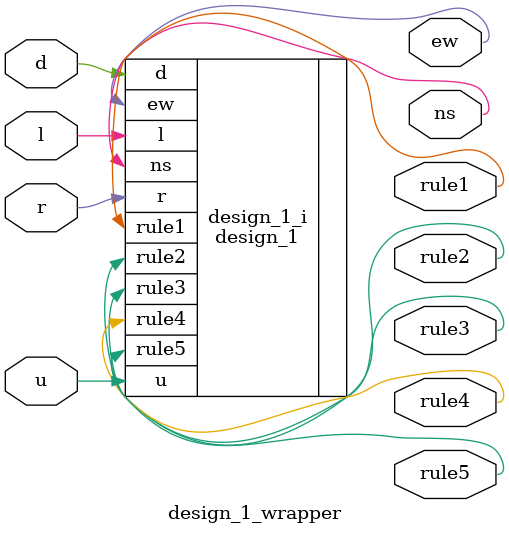
<source format=v>
`timescale 1 ps / 1 ps

module design_1_wrapper
   (d,
    ew,
    l,
    ns,
    r,
    rule1,
    rule2,
    rule3,
    rule4,
    rule5,
    u);
  input d;
  output ew;
  input l;
  output ns;
  input r;
  output rule1;
  output rule2;
  output rule3;
  output rule4;
  output rule5;
  input u;

  wire d;
  wire ew;
  wire l;
  wire ns;
  wire r;
  wire rule1;
  wire rule2;
  wire rule3;
  wire rule4;
  wire rule5;
  wire u;

  design_1 design_1_i
       (.d(d),
        .ew(ew),
        .l(l),
        .ns(ns),
        .r(r),
        .rule1(rule1),
        .rule2(rule2),
        .rule3(rule3),
        .rule4(rule4),
        .rule5(rule5),
        .u(u));
endmodule

</source>
